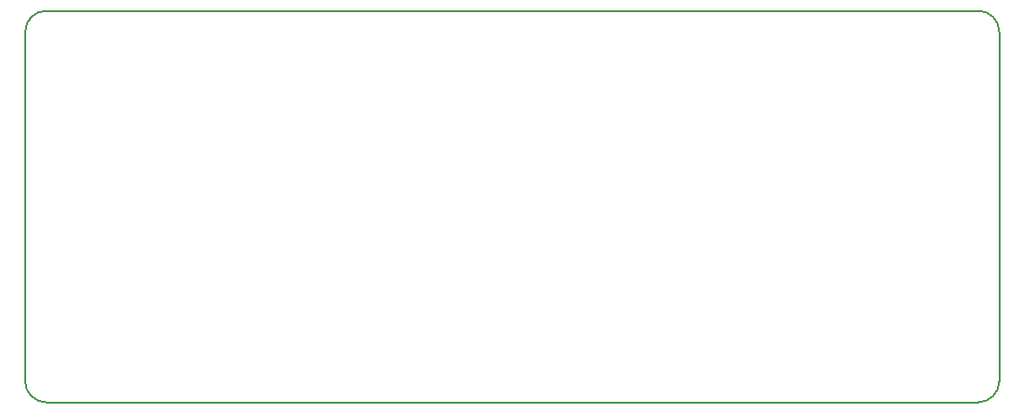
<source format=gbr>
%TF.GenerationSoftware,KiCad,Pcbnew,(5.0.0)*%
%TF.CreationDate,2018-10-21T12:48:55-07:00*%
%TF.ProjectId,USB_Host_Midi_Adapter,5553425F486F73745F4D6964695F4164,rev?*%
%TF.SameCoordinates,Original*%
%TF.FileFunction,Profile,NP*%
%FSLAX46Y46*%
G04 Gerber Fmt 4.6, Leading zero omitted, Abs format (unit mm)*
G04 Created by KiCad (PCBNEW (5.0.0)) date 10/21/18 12:48:55*
%MOMM*%
%LPD*%
G01*
G04 APERTURE LIST*
%ADD10C,0.150000*%
G04 APERTURE END LIST*
D10*
X131445000Y-73025000D02*
X131445000Y-104775000D01*
X217805000Y-71120000D02*
X133350000Y-71120000D01*
X219710000Y-104775000D02*
X219710000Y-73025000D01*
X133350000Y-106680000D02*
X217805000Y-106680000D01*
X219710000Y-104775000D02*
G75*
G02X217805000Y-106680000I-1905000J0D01*
G01*
X133350000Y-106680000D02*
G75*
G02X131445000Y-104775000I0J1905000D01*
G01*
X131445000Y-73025000D02*
G75*
G02X133350000Y-71120000I1905000J0D01*
G01*
X217805000Y-71120000D02*
G75*
G02X219710000Y-73025000I0J-1905000D01*
G01*
M02*

</source>
